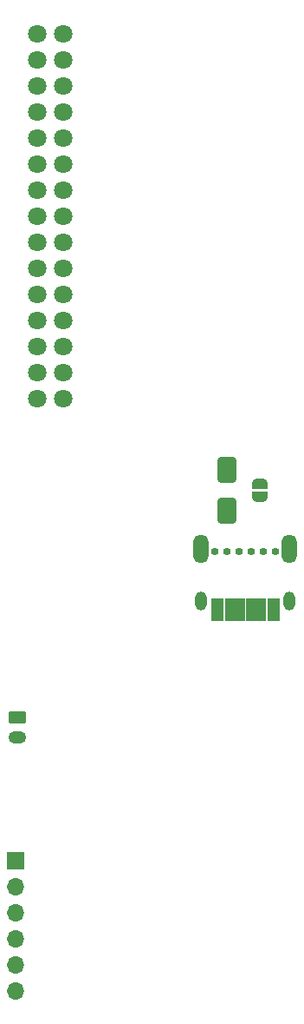
<source format=gbr>
%TF.GenerationSoftware,KiCad,Pcbnew,8.0.5*%
%TF.CreationDate,2024-09-26T19:22:18+05:30*%
%TF.ProjectId,AirOwl_v1,4169724f-776c-45f7-9631-2e6b69636164,rev?*%
%TF.SameCoordinates,Original*%
%TF.FileFunction,Soldermask,Bot*%
%TF.FilePolarity,Negative*%
%FSLAX46Y46*%
G04 Gerber Fmt 4.6, Leading zero omitted, Abs format (unit mm)*
G04 Created by KiCad (PCBNEW 8.0.5) date 2024-09-26 19:22:18*
%MOMM*%
%LPD*%
G01*
G04 APERTURE LIST*
G04 Aperture macros list*
%AMRoundRect*
0 Rectangle with rounded corners*
0 $1 Rounding radius*
0 $2 $3 $4 $5 $6 $7 $8 $9 X,Y pos of 4 corners*
0 Add a 4 corners polygon primitive as box body*
4,1,4,$2,$3,$4,$5,$6,$7,$8,$9,$2,$3,0*
0 Add four circle primitives for the rounded corners*
1,1,$1+$1,$2,$3*
1,1,$1+$1,$4,$5*
1,1,$1+$1,$6,$7*
1,1,$1+$1,$8,$9*
0 Add four rect primitives between the rounded corners*
20,1,$1+$1,$2,$3,$4,$5,0*
20,1,$1+$1,$4,$5,$6,$7,0*
20,1,$1+$1,$6,$7,$8,$9,0*
20,1,$1+$1,$8,$9,$2,$3,0*%
%AMFreePoly0*
4,1,19,0.500000,-0.750000,0.000000,-0.750000,0.000000,-0.744911,-0.071157,-0.744911,-0.207708,-0.704816,-0.327430,-0.627875,-0.420627,-0.520320,-0.479746,-0.390866,-0.500000,-0.250000,-0.500000,0.250000,-0.479746,0.390866,-0.420627,0.520320,-0.327430,0.627875,-0.207708,0.704816,-0.071157,0.744911,0.000000,0.744911,0.000000,0.750000,0.500000,0.750000,0.500000,-0.750000,0.500000,-0.750000,
$1*%
%AMFreePoly1*
4,1,19,0.000000,0.744911,0.071157,0.744911,0.207708,0.704816,0.327430,0.627875,0.420627,0.520320,0.479746,0.390866,0.500000,0.250000,0.500000,-0.250000,0.479746,-0.390866,0.420627,-0.520320,0.327430,-0.627875,0.207708,-0.704816,0.071157,-0.744911,0.000000,-0.744911,0.000000,-0.750000,-0.500000,-0.750000,-0.500000,0.750000,0.000000,0.750000,0.000000,0.744911,0.000000,0.744911,
$1*%
G04 Aperture macros list end*
%ADD10C,0.010000*%
%ADD11FreePoly0,90.000000*%
%ADD12FreePoly1,90.000000*%
%ADD13R,1.700000X1.700000*%
%ADD14O,1.700000X1.700000*%
%ADD15O,1.152400X1.852400*%
%ADD16O,0.750000X0.750000*%
%ADD17O,1.500000X2.800000*%
%ADD18RoundRect,0.250000X-0.650000X1.000000X-0.650000X-1.000000X0.650000X-1.000000X0.650000X1.000000X0*%
%ADD19C,1.800000*%
%ADD20RoundRect,0.250000X-0.625000X0.350000X-0.625000X-0.350000X0.625000X-0.350000X0.625000X0.350000X0*%
%ADD21O,1.750000X1.200000*%
G04 APERTURE END LIST*
D10*
%TO.C,J4*%
X85763500Y-100483500D02*
X84736500Y-100483500D01*
X84736500Y-98366500D01*
X85763500Y-98366500D01*
X85763500Y-100483500D01*
G36*
X85763500Y-100483500D02*
G01*
X84736500Y-100483500D01*
X84736500Y-98366500D01*
X85763500Y-98366500D01*
X85763500Y-100483500D01*
G37*
X86943500Y-100483500D02*
X86016500Y-100483500D01*
X86016500Y-98366500D01*
X86943500Y-98366500D01*
X86943500Y-100483500D01*
G36*
X86943500Y-100483500D02*
G01*
X86016500Y-100483500D01*
X86016500Y-98366500D01*
X86943500Y-98366500D01*
X86943500Y-100483500D01*
G37*
X87913500Y-100483500D02*
X87086500Y-100483500D01*
X87086500Y-98366500D01*
X87913500Y-98366500D01*
X87913500Y-100483500D01*
G36*
X87913500Y-100483500D02*
G01*
X87086500Y-100483500D01*
X87086500Y-98366500D01*
X87913500Y-98366500D01*
X87913500Y-100483500D01*
G37*
X88913500Y-100483500D02*
X88086500Y-100483500D01*
X88086500Y-98366500D01*
X88913500Y-98366500D01*
X88913500Y-100483500D01*
G36*
X88913500Y-100483500D02*
G01*
X88086500Y-100483500D01*
X88086500Y-98366500D01*
X88913500Y-98366500D01*
X88913500Y-100483500D01*
G37*
X89983500Y-100483500D02*
X89056500Y-100483500D01*
X89056500Y-98366500D01*
X89983500Y-98366500D01*
X89983500Y-100483500D01*
G36*
X89983500Y-100483500D02*
G01*
X89056500Y-100483500D01*
X89056500Y-98366500D01*
X89983500Y-98366500D01*
X89983500Y-100483500D01*
G37*
X91263500Y-100483500D02*
X90236500Y-100483500D01*
X90236500Y-98366500D01*
X91263500Y-98366500D01*
X91263500Y-100483500D01*
G36*
X91263500Y-100483500D02*
G01*
X90236500Y-100483500D01*
X90236500Y-98366500D01*
X91263500Y-98366500D01*
X91263500Y-100483500D01*
G37*
%TD*%
D11*
%TO.C,JP1*%
X89400000Y-88450000D03*
D12*
X89400000Y-87150000D03*
%TD*%
D13*
%TO.C,J2*%
X65600000Y-123900000D03*
D14*
X65600000Y-126440000D03*
X65600000Y-128980000D03*
X65600000Y-131520000D03*
X65600000Y-134060000D03*
X65600000Y-136600000D03*
%TD*%
D15*
%TO.C,J4*%
X83680000Y-98630000D03*
X92320000Y-98630000D03*
%TD*%
D16*
%TO.C,J1*%
X88600000Y-93750000D03*
X86200000Y-93750000D03*
X85000000Y-93750000D03*
X87400000Y-93750000D03*
X89800000Y-93750000D03*
X91000000Y-93750000D03*
D17*
X92330000Y-93520000D03*
X83670000Y-93520000D03*
%TD*%
D18*
%TO.C,D2*%
X86200000Y-85800000D03*
X86200000Y-89800000D03*
%TD*%
D19*
%TO.C,U1*%
X67680014Y-78849581D03*
X67680014Y-76309581D03*
X67680014Y-73769581D03*
X67680014Y-71229581D03*
X67680014Y-68689581D03*
X67680014Y-66149581D03*
X67680014Y-63609581D03*
X67680014Y-61069581D03*
X67680014Y-58529581D03*
X67680014Y-55989581D03*
X67680014Y-53449581D03*
X67680014Y-50909581D03*
X67680014Y-48369581D03*
X67680014Y-45829581D03*
X67680014Y-43289581D03*
X70220014Y-78849581D03*
X70220014Y-76309581D03*
X70220014Y-73769581D03*
X70220014Y-71229581D03*
X70220014Y-68689581D03*
X70220014Y-66149581D03*
X70220014Y-63609581D03*
X70220014Y-61069581D03*
X70220014Y-58529581D03*
X70220014Y-55989581D03*
X70220014Y-53449581D03*
X70220014Y-50909581D03*
X70220014Y-48369581D03*
X70220014Y-45829581D03*
X70220014Y-43289581D03*
%TD*%
D20*
%TO.C,J3*%
X65700000Y-109900000D03*
D21*
X65700000Y-111900000D03*
%TD*%
M02*

</source>
